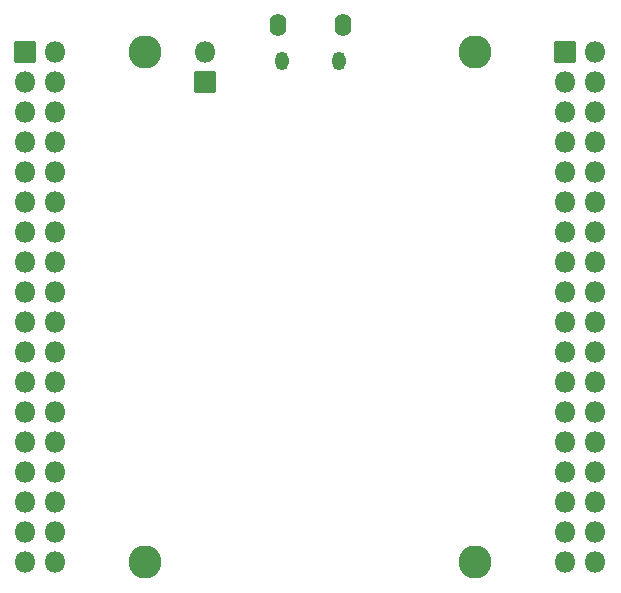
<source format=gbr>
G04 #@! TF.GenerationSoftware,KiCad,Pcbnew,8.0.5*
G04 #@! TF.CreationDate,2025-01-11T09:08:56+01:00*
G04 #@! TF.ProjectId,RP2040_minimal_r2,52503230-3430-45f6-9d69-6e696d616c5f,REV2*
G04 #@! TF.SameCoordinates,Original*
G04 #@! TF.FileFunction,Soldermask,Bot*
G04 #@! TF.FilePolarity,Negative*
%FSLAX46Y46*%
G04 Gerber Fmt 4.6, Leading zero omitted, Abs format (unit mm)*
G04 Created by KiCad (PCBNEW 8.0.5) date 2025-01-11 09:08:56*
%MOMM*%
%LPD*%
G01*
G04 APERTURE LIST*
G04 Aperture macros list*
%AMRoundRect*
0 Rectangle with rounded corners*
0 $1 Rounding radius*
0 $2 $3 $4 $5 $6 $7 $8 $9 X,Y pos of 4 corners*
0 Add a 4 corners polygon primitive as box body*
4,1,4,$2,$3,$4,$5,$6,$7,$8,$9,$2,$3,0*
0 Add four circle primitives for the rounded corners*
1,1,$1+$1,$2,$3*
1,1,$1+$1,$4,$5*
1,1,$1+$1,$6,$7*
1,1,$1+$1,$8,$9*
0 Add four rect primitives between the rounded corners*
20,1,$1+$1,$2,$3,$4,$5,0*
20,1,$1+$1,$4,$5,$6,$7,0*
20,1,$1+$1,$6,$7,$8,$9,0*
20,1,$1+$1,$8,$9,$2,$3,0*%
G04 Aperture macros list end*
%ADD10O,1.402000X1.902000*%
%ADD11O,1.152000X1.552000*%
%ADD12RoundRect,0.051000X0.850000X0.850000X-0.850000X0.850000X-0.850000X-0.850000X0.850000X-0.850000X0*%
%ADD13O,1.802000X1.802000*%
%ADD14RoundRect,0.051000X-0.850000X-0.850000X0.850000X-0.850000X0.850000X0.850000X-0.850000X0.850000X0*%
%ADD15C,2.802000*%
G04 APERTURE END LIST*
D10*
X102725000Y-71700000D03*
D11*
X102425000Y-74730000D03*
X97575000Y-74730000D03*
D10*
X97275000Y-71700000D03*
D12*
X91110000Y-76540000D03*
D13*
X91110000Y-74000000D03*
D14*
X75870000Y-74000000D03*
D13*
X78410000Y-74000000D03*
X75870000Y-76540000D03*
X78410000Y-76540000D03*
X75870000Y-79080000D03*
X78410000Y-79080000D03*
X75870000Y-81620000D03*
X78410000Y-81620000D03*
X75870000Y-84160000D03*
X78410000Y-84160000D03*
X75870000Y-86700000D03*
X78410000Y-86700000D03*
X75870000Y-89240000D03*
X78410000Y-89240000D03*
X75870000Y-91780000D03*
X78410000Y-91780000D03*
X75870000Y-94320000D03*
X78410000Y-94320000D03*
X75870000Y-96860000D03*
X78410000Y-96860000D03*
X75870000Y-99400000D03*
X78410000Y-99400000D03*
X75870000Y-101940000D03*
X78410000Y-101940000D03*
X75870000Y-104480000D03*
X78410000Y-104480000D03*
X75870000Y-107020000D03*
X78410000Y-107020000D03*
X75870000Y-109560000D03*
X78410000Y-109560000D03*
X75870000Y-112100000D03*
X78410000Y-112100000D03*
X75870000Y-114640000D03*
X78410000Y-114640000D03*
X75870000Y-117180000D03*
X78410000Y-117180000D03*
D14*
X121590000Y-74000000D03*
D13*
X124130000Y-74000000D03*
X121590000Y-76540000D03*
X124130000Y-76540000D03*
X121590000Y-79080000D03*
X124130000Y-79080000D03*
X121590000Y-81620000D03*
X124130000Y-81620000D03*
X121590000Y-84160000D03*
X124130000Y-84160000D03*
X121590000Y-86700000D03*
X124130000Y-86700000D03*
X121590000Y-89240000D03*
X124130000Y-89240000D03*
X121590000Y-91780000D03*
X124130000Y-91780000D03*
X121590000Y-94320000D03*
X124130000Y-94320000D03*
X121590000Y-96860000D03*
X124130000Y-96860000D03*
X121590000Y-99400000D03*
X124130000Y-99400000D03*
X121590000Y-101940000D03*
X124130000Y-101940000D03*
X121590000Y-104480000D03*
X124130000Y-104480000D03*
X121590000Y-107020000D03*
X124130000Y-107020000D03*
X121590000Y-109560000D03*
X124130000Y-109560000D03*
X121590000Y-112100000D03*
X124130000Y-112100000D03*
X121590000Y-114640000D03*
X124130000Y-114640000D03*
X121590000Y-117180000D03*
X124130000Y-117180000D03*
D15*
X113970000Y-74000000D03*
X113970000Y-117180000D03*
X86030000Y-74000000D03*
X86030000Y-117180000D03*
M02*

</source>
